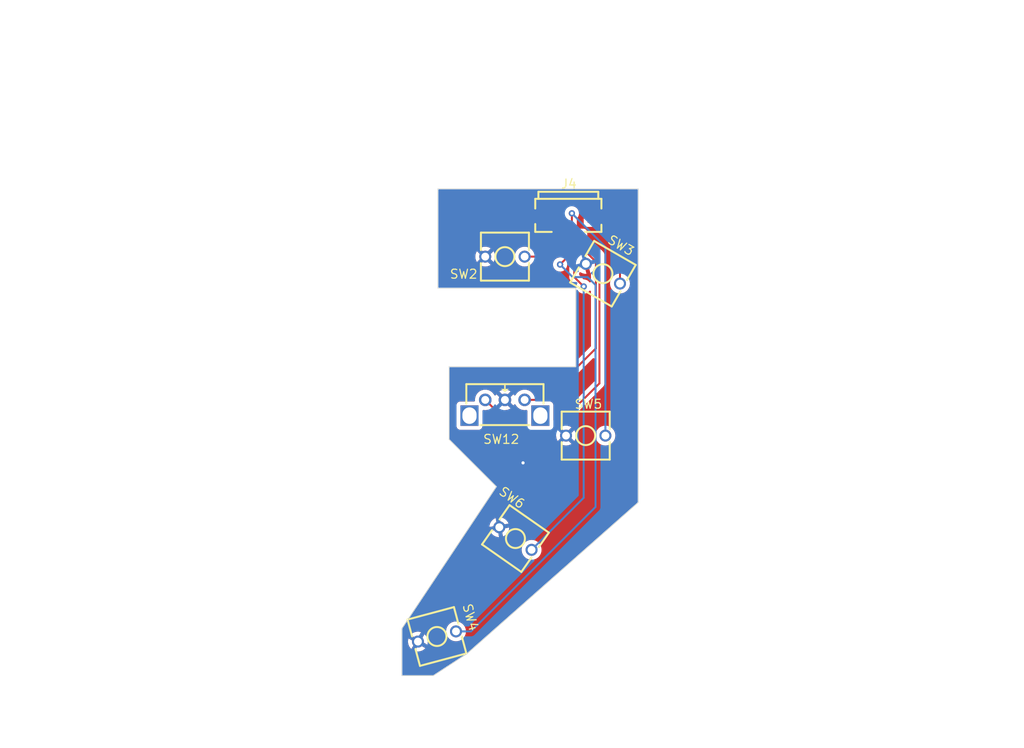
<source format=kicad_pcb>
(kicad_pcb (version 20221018) (generator pcbnew)
  (layers (0 "F.Cu" signal) (31 "B.Cu" signal) (34 "B.Paste" user) (35 "F.Paste" user) (36 "B.SilkS" user "B.Silkscreen") (37 "F.SilkS" user "F.Silkscreen") (38 "B.Mask" user) (39 "F.Mask" user) (44 "Edge.Cuts" user))
  (net 0 "")
  (net 1 "GND")
  (net 2 "SW3_F")
  (net 3 "SW2_F")
  (net 4 "SW4_F")
  (net 5 "SW5_F")
  (net 6 "SW6_F")
  (net 7 "RE0A_F")
  (net 8 "RE0B_F")
  (footprint "0:SW-TH_L6.2-W6.2-P5.00" (layer "F.Cu") (at 126.543 80.77 -30)
    (fp_text reference "SW3" (at 2.02258 -4.250788 150) (layer "F.SilkS") (effects (font (size 1.143 1.143) (thickness 0.152)) (justify right)))
    (fp_text value "SW_PUSH" hide)
    (fp_line (start -3.048 -3.048) (end -3.048 -0.828) (stroke (width 0.254)) (layer "F.SilkS"))
    (fp_line (start -3.048 -3.048) (end 3.048 -3.048) (stroke (width 0.254)) (layer "F.SilkS"))
    (fp_line (start -3.048 0.828) (end -3.048 3.048) (stroke (width 0.254)) (layer "F.SilkS"))
    (fp_line (start -3.048 3.048) (end 3.048 3.048) (stroke (width 0.254)) (layer "F.SilkS"))
    (fp_line (start 3.048 -3.048) (end 3.048 -0.828) (stroke (width 0.254)) (layer "F.SilkS"))
    (fp_line (start 3.048 0.828) (end 3.048 1.16) (stroke (width 0.254)) (layer "F.SilkS"))
    (fp_line (start 3.048 3.048) (end 3.048 0.828) (stroke (width 0.254)) (layer "F.SilkS"))
    (fp_circle (center 0 0) (end 1.205 0) (stroke (width 0.254)) (fill none) (layer "F.SilkS"))
    (pad "1" thru_hole circle (at -2.5 0 330) (size 1.524 1.524) (drill 1) (layers "*.Cu" "*.Paste" "*.Mask") (net 1 "GND"))
    (pad "2" thru_hole circle (at 2.5 0 330) (size 1.524 1.524) (drill 1) (layers "*.Cu" "*.Paste" "*.Mask") (net 2 "SW3_F"))
  )
  (footprint "0:SW-TH_CEN971112R02" (layer "F.Cu") (at 114.1 97.8 180)
    (fp_text reference "SW12" (at -1.92 -4) (layer "F.SilkS") (effects (font (size 1.143 1.143) (thickness 0.152)) (justify right)))
    (fp_text value "RotaryEncoder" hide)
    (fp_line (start -4.9 3) (end -4.9 0.531) (stroke (width 0.254)) (layer "F.SilkS"))
    (fp_line (start -4.9 3) (end 4.9 3) (stroke (width 0.254)) (layer "F.SilkS"))
    (fp_line (start -3.119 -2.2) (end 3.119 -2.2) (stroke (width 0.254)) (layer "F.SilkS"))
    (fp_line (start 4.9 3) (end 4.9 0.531) (stroke (width 0.254)) (layer "F.SilkS"))
    (fp_poly (pts (xy -0.5 2.4) (xy 0.5 2.4) (xy 0 2)) (fill solid) (layer "F.SilkS"))
    (fp_poly (pts (xy -0.1 2.4) (xy -0.1 3.1) (xy 0.1 3.1) (xy 0.1 2.4)) (fill solid) (layer "F.SilkS"))
    (pad "1" thru_hole circle (at -2.5 1 180) (size 1.6 1.6) (drill 1) (layers "*.Cu" "*.Paste" "*.Mask") (net 7 "RE0A_F"))
    (pad "2" thru_hole circle (at 0 1 180) (size 1.6 1.6) (drill 1) (layers "*.Cu" "*.Paste" "*.Mask") (net 1 "GND"))
    (pad "3" thru_hole circle (at 2.5 1 180) (size 1.6 1.6) (drill 1) (layers "*.Cu" "*.Paste" "*.Mask") (net 8 "RE0B_F"))
    (pad "4" thru_hole rect (at -4.5 -1 180) (size 2.3 2.6) (drill oval 1.8 2.1) (layers "*.Cu" "*.Paste" "*.Mask"))
    (pad "5" thru_hole rect (at 4.5 -1 180) (size 2.3 2.6) (drill oval 1.8 2.1) (layers "*.Cu" "*.Paste" "*.Mask"))
  )
  (footprint "0:SW-TH_L6.2-W6.2-P5.00" (layer "F.Cu") (at 115.436 114.414 -35)
    (fp_text reference "SW6" (at -1.5 -4 145) (layer "F.SilkS") (effects (font (size 1.143 1.143) (thickness 0.152)) (justify right)))
    (fp_text value "SW_PUSH" hide)
    (fp_line (start -3.048 -3.048) (end -3.048 -0.828) (stroke (width 0.254)) (layer "F.SilkS"))
    (fp_line (start -3.048 -3.048) (end 3.048 -3.048) (stroke (width 0.254)) (layer "F.SilkS"))
    (fp_line (start -3.048 0.828) (end -3.048 3.048) (stroke (width 0.254)) (layer "F.SilkS"))
    (fp_line (start -3.048 3.048) (end 3.048 3.048) (stroke (width 0.254)) (layer "F.SilkS"))
    (fp_line (start 3.048 -3.048) (end 3.048 -0.828) (stroke (width 0.254)) (layer "F.SilkS"))
    (fp_line (start 3.048 0.828) (end 3.048 1.16) (stroke (width 0.254)) (layer "F.SilkS"))
    (fp_line (start 3.048 3.048) (end 3.048 0.828) (stroke (width 0.254)) (layer "F.SilkS"))
    (fp_circle (center 0 0) (end 1.205 0) (stroke (width 0.254)) (fill none) (layer "F.SilkS"))
    (pad "1" thru_hole circle (at -2.5 0 325) (size 1.524 1.524) (drill 1) (layers "*.Cu" "*.Paste" "*.Mask") (net 1 "GND"))
    (pad "2" thru_hole circle (at 2.5 0 325) (size 1.524 1.524) (drill 1) (layers "*.Cu" "*.Paste" "*.Mask") (net 6 "SW6_F"))
  )
  (footprint "0:FFCｺﾈｸﾀ_FPC-SMD_P0.50-8P_FGS-XJ-H2.0" (layer "F.Cu") (at 122.15 74.86)
    (fp_text reference "J4" (at -1 -5.5) (layer "F.SilkS") (effects (font (size 1.143 1.143) (thickness 0.152)) (justify left)))
    (fp_text value "Conn_01x8_Pin + 2" hide)
    (fp_line (start -4.2 -3.6) (end -4.2 -2.371) (stroke (width 0.254)) (layer "F.SilkS"))
    (fp_line (start -4.2 -0.4) (end -4.2 0.6) (stroke (width 0.254)) (layer "F.SilkS"))
    (fp_line (start -4.2 0.6) (end -2.113 0.6) (stroke (width 0.254)) (layer "F.SilkS"))
    (fp_line (start -3.8 -4.5) (end 3.8 -4.5) (stroke (width 0.254)) (layer "F.SilkS"))
    (fp_line (start -3.8 -3.6) (end -3.8 -4.5) (stroke (width 0.254)) (layer "F.SilkS"))
    (fp_line (start 2.113 0.6) (end 4.2 0.6) (stroke (width 0.254)) (layer "F.SilkS"))
    (fp_line (start 3.8 -4.5) (end 3.8 -3.6) (stroke (width 0.254)) (layer "F.SilkS"))
    (fp_line (start 4.2 -3.6) (end -4.2 -3.6) (stroke (width 0.254)) (layer "F.SilkS"))
    (fp_line (start 4.2 -2.371) (end 4.2 -3.6) (stroke (width 0.254)) (layer "F.SilkS"))
    (fp_line (start 4.2 0.6) (end 4.2 -0.309) (stroke (width 0.254)) (layer "F.SilkS"))
    (pad "1" smd rect (at -1.75 1.34) (size 0.3 1.3) (layers "F.Cu" "F.Paste" "F.Mask") (net 1 "GND"))
    (pad "2" smd rect (at -1.252 1.338) (size 0.3 1.3) (layers "F.Cu" "F.Paste" "F.Mask") (net 3 "SW2_F"))
    (pad "3" smd rect (at -0.75 1.34) (size 0.3 1.3) (layers "F.Cu" "F.Paste" "F.Mask") (net 2 "SW3_F"))
    (pad "4" smd rect (at -0.25 1.34) (size 0.3 1.3) (layers "F.Cu" "F.Paste" "F.Mask") (net 4 "SW4_F"))
    (pad "5" smd rect (at 0.25 1.34) (size 0.3 1.3) (layers "F.Cu" "F.Paste" "F.Mask") (net 5 "SW5_F"))
    (pad "6" smd rect (at 0.75 1.34) (size 0.3 1.3) (layers "F.Cu" "F.Paste" "F.Mask") (net 6 "SW6_F"))
    (pad "7" smd rect (at 1.25 1.34) (size 0.3 1.3) (layers "F.Cu" "F.Paste" "F.Mask") (net 7 "RE0A_F"))
    (pad "8" smd rect (at 1.75 1.34) (size 0.3 1.3) (layers "F.Cu" "F.Paste" "F.Mask") (net 8 "RE0B_F"))
    (pad "9" smd rect (at 3.45 -1.34 270) (size 1.6 2) (layers "F.Cu" "F.Paste" "F.Mask") (net 1 "GND"))
    (pad "10" smd rect (at -3.45 -1.34 270) (size 1.6 2) (layers "F.Cu" "F.Paste" "F.Mask") (net 1 "GND"))
  )
  (footprint "0:SW-TH_L6.2-W6.2-P5.00" (layer "F.Cu") (at 124.357 101.337)
    (fp_text reference "SW5" (at -1.5 -4) (layer "F.SilkS") (effects (font (size 1.143 1.143) (thickness 0.152)) (justify left)))
    (fp_text value "SW_PUSH" hide)
    (fp_line (start -3.048 -3.048) (end -3.048 -0.828) (stroke (width 0.254)) (layer "F.SilkS"))
    (fp_line (start -3.048 -3.048) (end 3.048 -3.048) (stroke (width 0.254)) (layer "F.SilkS"))
    (fp_line (start -3.048 0.828) (end -3.048 3.048) (stroke (width 0.254)) (layer "F.SilkS"))
    (fp_line (start -3.048 3.048) (end 3.048 3.048) (stroke (width 0.254)) (layer "F.SilkS"))
    (fp_line (start 3.048 -3.048) (end 3.048 -0.828) (stroke (width 0.254)) (layer "F.SilkS"))
    (fp_line (start 3.048 0.828) (end 3.048 1.16) (stroke (width 0.254)) (layer "F.SilkS"))
    (fp_line (start 3.048 3.048) (end 3.048 0.828) (stroke (width 0.254)) (layer "F.SilkS"))
    (fp_circle (center 0 0) (end 1.205 0) (stroke (width 0.254)) (fill none) (layer "F.SilkS"))
    (pad "1" thru_hole circle (at -2.5 0) (size 1.524 1.524) (drill 1) (layers "*.Cu" "*.Paste" "*.Mask") (net 1 "GND"))
    (pad "2" thru_hole circle (at 2.5 0) (size 1.524 1.524) (drill 1) (layers "*.Cu" "*.Paste" "*.Mask") (net 5 "SW5_F"))
  )
  (footprint "0:SW-TH_L6.2-W6.2-P5.00" (layer "F.Cu") (at 114.1 78.6)
    (fp_text reference "SW2" (at -7.08 2.218) (layer "F.SilkS") (effects (font (size 1.143 1.143) (thickness 0.152)) (justify left)))
    (fp_text value "SW_PUSH" hide)
    (fp_line (start -3.048 -3.048) (end -3.048 -0.828) (stroke (width 0.254)) (layer "F.SilkS"))
    (fp_line (start -3.048 -3.048) (end 3.048 -3.048) (stroke (width 0.254)) (layer "F.SilkS"))
    (fp_line (start -3.048 0.828) (end -3.048 3.048) (stroke (width 0.254)) (layer "F.SilkS"))
    (fp_line (start -3.048 3.048) (end 3.048 3.048) (stroke (width 0.254)) (layer "F.SilkS"))
    (fp_line (start 3.048 -3.048) (end 3.048 -0.828) (stroke (width 0.254)) (layer "F.SilkS"))
    (fp_line (start 3.048 0.828) (end 3.048 1.16) (stroke (width 0.254)) (layer "F.SilkS"))
    (fp_line (start 3.048 3.048) (end 3.048 0.828) (stroke (width 0.254)) (layer "F.SilkS"))
    (fp_circle (center 0 0) (end 1.205 0) (stroke (width 0.254)) (fill none) (layer "F.SilkS"))
    (pad "1" thru_hole circle (at -2.5 0) (size 1.524 1.524) (drill 1) (layers "*.Cu" "*.Paste" "*.Mask") (net 1 "GND"))
    (pad "2" thru_hole circle (at 2.5 0) (size 1.524 1.524) (drill 1) (layers "*.Cu" "*.Paste" "*.Mask") (net 3 "SW2_F"))
  )
  (footprint "0:SW-TH_L6.2-W6.2-P5.00" (layer "F.Cu") (at 105.472 126.856 15)
    (fp_text reference "SW4" (at 4.736683 0.590049 105) (layer "F.SilkS") (effects (font (size 1.143 1.143) (thickness 0.152)) (justify right)))
    (fp_text value "SW_PUSH" hide)
    (fp_line (start -3.048 -3.048) (end -3.048 -0.828) (stroke (width 0.254)) (layer "F.SilkS"))
    (fp_line (start -3.048 -3.048) (end 3.048 -3.048) (stroke (width 0.254)) (layer "F.SilkS"))
    (fp_line (start -3.048 0.828) (end -3.048 3.048) (stroke (width 0.254)) (layer "F.SilkS"))
    (fp_line (start -3.048 3.048) (end 3.048 3.048) (stroke (width 0.254)) (layer "F.SilkS"))
    (fp_line (start 3.048 -3.048) (end 3.048 -0.828) (stroke (width 0.254)) (layer "F.SilkS"))
    (fp_line (start 3.048 0.828) (end 3.048 1.16) (stroke (width 0.254)) (layer "F.SilkS"))
    (fp_line (start 3.048 3.048) (end 3.048 0.828) (stroke (width 0.254)) (layer "F.SilkS"))
    (fp_circle (center 0 0) (end 1.205 0) (stroke (width 0.254)) (fill none) (layer "F.SilkS"))
    (pad "1" thru_hole circle (at -2.5 0 15) (size 1.524 1.524) (drill 1) (layers "*.Cu" "*.Paste" "*.Mask") (net 1 "GND"))
    (pad "2" thru_hole circle (at 2.5 0 15) (size 1.524 1.524) (drill 1) (layers "*.Cu" "*.Paste" "*.Mask") (net 4 "SW4_F"))
  )
  (gr_line (start 123.1 82.6) (end 123.1 92.6) (stroke (width 0.1)) (layer "Edge.Cuts"))
  (gr_line (start 131.02 70) (end 131.02 109.818) (stroke (width 0.1)) (layer "Edge.Cuts"))
  (gr_line (start 101.02 131.818) (end 105.02 131.818) (stroke (width 0.1)) (layer "Edge.Cuts"))
  (gr_line (start 101.02 125.845) (end 101.02 131.818) (stroke (width 0.1)) (layer "Edge.Cuts"))
  (gr_line (start 113.02 107.818) (end 101.02 125.845) (stroke (width 0.1)) (layer "Edge.Cuts"))
  (gr_line (start 109.269 129.048) (end 131.02 109.818) (stroke (width 0.1)) (layer "Edge.Cuts"))
  (gr_line (start 105.6 82.6) (end 123.1 82.6) (stroke (width 0.1)) (layer "Edge.Cuts"))
  (gr_line (start 107.02 92.6) (end 107.02 101.818) (stroke (width 0.1)) (layer "Edge.Cuts"))
  (gr_line (start 105.02 131.818) (end 109.269 129.048) (stroke (width 0.1)) (layer "Edge.Cuts"))
  (gr_line (start 131.02 70) (end 105.6 70) (stroke (width 0.1)) (layer "Edge.Cuts"))
  (gr_line (start 105.6 70) (end 105.6 82.6) (stroke (width 0.1)) (layer "Edge.Cuts"))
  (gr_line (start 107.02 101.818) (end 113.02 107.818) (stroke (width 0.1)) (layer "Edge.Cuts"))
  (gr_line (start 123.1 92.6) (end 107.02 92.6) (stroke (width 0.1)) (layer "Edge.Cuts"))
  (segment (start 120.4 75.22) (end 118.7 73.52) (width 0.25) (layer "F.Cu") (net 1))
  (segment (start 120.4 76.2) (end 120.4 75.22) (width 0.25) (layer "F.Cu") (net 1))
  (via (at 116.4 104.8) (size 0.8) (drill 0.4) (layers "F.Cu" "B.Cu") (net 1))
  (segment (start 121.4 72.4) (end 122.5 71.3) (width 0.25) (layer "F.Cu") (net 2))
  (segment (start 128.708064 73.108064) (end 128.708064 82.02) (width 0.25) (layer "F.Cu") (net 2))
  (segment (start 121.4 76.2) (end 121.4 72.4) (width 0.25) (layer "F.Cu") (net 2))
  (segment (start 126.9 71.3) (end 128.708064 73.108064) (width 0.25) (layer "F.Cu") (net 2))
  (segment (start 122.5 71.3) (end 126.9 71.3) (width 0.25) (layer "F.Cu") (net 2))
  (segment (start 120.898 76.198) (end 120.898 77.152) (width 0.25) (layer "F.Cu") (net 3))
  (segment (start 119.45 78.6) (end 116.6 78.6) (width 0.25) (layer "F.Cu") (net 3))
  (segment (start 120.898 77.152) (end 119.45 78.6) (width 0.25) (layer "F.Cu") (net 3))
  (segment (start 121.9 76.2) (end 121.9 78.8) (width 0.25) (layer "F.Cu") (net 4))
  (segment (start 121.9 78.8) (end 121.1 79.6) (width 0.25) (layer "F.Cu") (net 4))
  (via (at 121.1 79.6) (size 0.8) (drill 0.4) (layers "F.Cu" "B.Cu") (net 4))
  (segment (start 125.6 110.4) (end 109.791048 126.208952) (width 0.25) (layer "B.Cu") (net 4))
  (segment (start 122.7 81.2) (end 124.6 81.2) (width 0.25) (layer "B.Cu") (net 4))
  (segment (start 109.791048 126.208952) (end 107.886815 126.208952) (width 0.25) (layer "B.Cu") (net 4))
  (segment (start 124.6 81.2) (end 125.6 82.2) (width 0.25) (layer "B.Cu") (net 4))
  (segment (start 121.1 79.6) (end 122.7 81.2) (width 0.25) (layer "B.Cu") (net 4))
  (segment (start 125.6 82.2) (end 125.6 110.4) (width 0.25) (layer "B.Cu") (net 4))
  (segment (start 122.4 75.25) (end 122.6 75.05) (width 0.25) (layer "F.Cu") (net 5))
  (segment (start 122.6 75.05) (end 122.6 73.1) (width 0.25) (layer "F.Cu") (net 5))
  (segment (start 122.4 76.2) (end 122.4 75.25) (width 0.25) (layer "F.Cu") (net 5))
  (via (at 122.6 73.1) (size 0.8) (drill 0.4) (layers "F.Cu" "B.Cu") (net 5))
  (segment (start 126.857 77.357) (end 126.857 101.337) (width 0.25) (layer "B.Cu") (net 5))
  (segment (start 122.6 73.1) (end 126.857 77.357) (width 0.25) (layer "B.Cu") (net 5))
  (segment (start 122.9 81.2) (end 124.1 82.4) (width 0.25) (layer "F.Cu") (net 6))
  (segment (start 122.9 76.2) (end 122.9 81.2) (width 0.25) (layer "F.Cu") (net 6))
  (via (at 124.1 82.4) (size 0.8) (drill 0.4) (layers "F.Cu" "B.Cu") (net 6))
  (segment (start 124.1 82.4) (end 124.1 109.231821) (width 0.25) (layer "B.Cu") (net 6))
  (segment (start 124.1 109.231821) (end 117.48388 115.847941) (width 0.25) (layer "B.Cu") (net 6))
  (segment (start 123.4 76.2) (end 123.4 77.004813) (width 0.25) (layer "F.Cu") (net 7))
  (segment (start 125.65 79.254813) (end 125.65 90.25) (width 0.25) (layer "F.Cu") (net 7))
  (segment (start 119.1 96.8) (end 116.6 96.8) (width 0.25) (layer "F.Cu") (net 7))
  (segment (start 125.65 90.25) (end 119.1 96.8) (width 0.25) (layer "F.Cu") (net 7))
  (segment (start 123.4 77.004813) (end 125.65 79.254813) (width 0.25) (layer "F.Cu") (net 7))
  (segment (start 126.1 94.7) (end 120 100.8) (width 0.25) (layer "F.Cu") (net 8))
  (segment (start 123.9 76.2) (end 126.1 78.4) (width 0.25) (layer "F.Cu") (net 8))
  (segment (start 115.6 100.8) (end 111.6 96.8) (width 0.25) (layer "F.Cu") (net 8))
  (segment (start 120 100.8) (end 115.6 100.8) (width 0.25) (layer "F.Cu") (net 8))
  (segment (start 126.1 78.4) (end 126.1 94.7) (width 0.25) (layer "F.Cu") (net 8))
  (zone (net 1) (net_name "GND") (layer "F.Cu") (connect_pads (clearance 0.5)) (min_thickness 0.25) (fill yes (thermal_gap 0.5) (thermal_bridge_width 0.5) (island_removal_mode 1) (island_area_min 10))
    (polygon (pts (xy 50 46) (xy 50 141) (xy 180 141) (xy 180 46)))
  )
  (zone (net 1) (net_name "GND") (layer "B.Cu") (priority 1) (connect_pads (clearance 0.5)) (min_thickness 0.25) (fill yes (thermal_gap 0.5) (thermal_bridge_width 0.5))
    (polygon (pts (xy 51 47) (xy 51 140) (xy 179 140) (xy 179 47)))
  )
)
</source>
